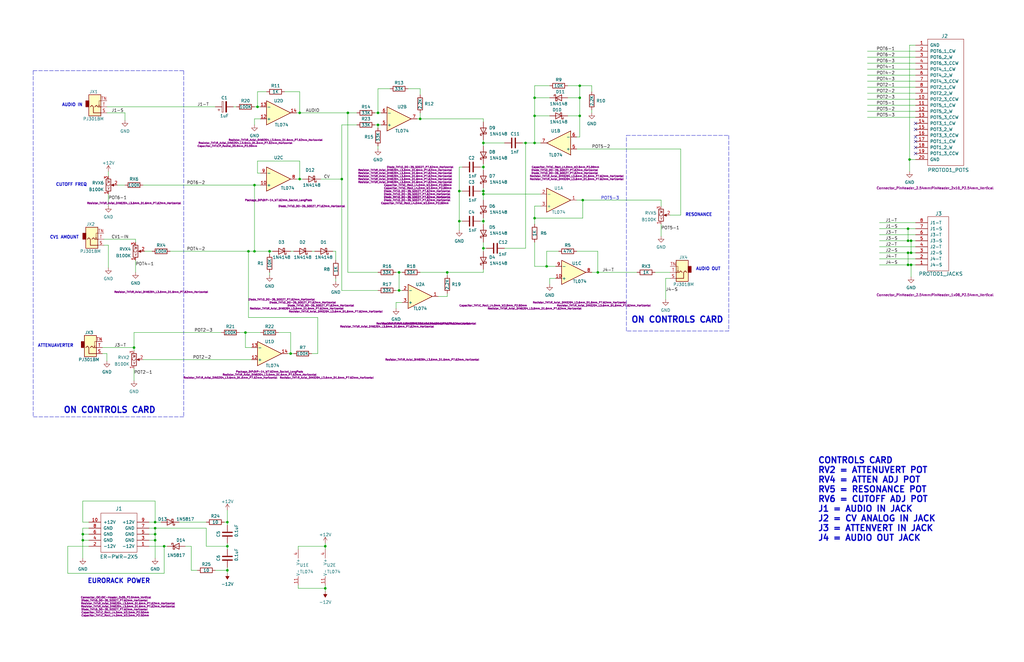
<source format=kicad_sch>
(kicad_sch (version 20211123) (generator eeschema)
  (paper "B")
  (title_block (title "VOLTAGE CONTROLLED FILTER") (date "2022-12-04") (rev "2"))
  (lib_symbols
    (symbol "Amplifier_Operational:TL074" (pin_names (offset 0.127))
      (property "Reference" "U" (at 0 5.08 0))
      (property "Value" "TL074" (at 0 -5.08 0))
      (symbol "TL074_1_1"
        (pin output line (at 7.62 0 180) (length 2.54) (name "~") (number "1"))
        (pin input line (at -7.62 -2.54 0) (length 2.54) (name "-") (number "2"))
        (pin input line (at -7.62 2.54 0) (length 2.54) (name "+") (number "3"))
      )
      (symbol "TL074_2_1"
        (pin input line (at -7.62 2.54 0) (length 2.54) (name "+") (number "5"))
        (pin input line (at -7.62 -2.54 0) (length 2.54) (name "-") (number "6"))
        (pin output line (at 7.62 0 180) (length 2.54) (name "~") (number "7"))
      )
      (symbol "TL074_3_1"
        (pin input line (at -7.62 2.54 0) (length 2.54) (name "+") (number "10"))
        (pin output line (at 7.62 0 180) (length 2.54) (name "~") (number "8"))
        (pin input line (at -7.62 -2.54 0) (length 2.54) (name "-") (number "9"))
      )
      (symbol "TL074_4_1"
        (pin input line (at -7.62 2.54 0) (length 2.54) (name "+") (number "12"))
        (pin input line (at -7.62 -2.54 0) (length 2.54) (name "-") (number "13"))
        (pin output line (at 7.62 0 180) (length 2.54) (name "~") (number "14"))
      )
      (symbol "TL074_5_1"
        (pin power_in line (at -2.54 -7.62 90) (length 3.81) (name "V-") (number "11"))
        (pin power_in line (at -2.54 7.62 270) (length 3.81) (name "V+") (number "4"))
      )
    )
    (symbol "Connector:AudioJack2_SwitchT"
      (property "Reference" "J" (at 0 8.89 0))
      (property "Value" "AudioJack2_SwitchT" (at 0 6.35 0))
      (symbol "AudioJack2_SwitchT_1_1"
        (pin passive line (at 5.08 2.54 180) (length 2.54) (name "~") (number "S"))
        (pin passive line (at 5.08 0 180) (length 2.54) (name "~") (number "T"))
        (pin passive line (at 5.08 -2.54 180) (length 2.54) (name "~") (number "TN"))
      )
    )
    (symbol "Device:C" (pin_numbers hide) (pin_names (offset 0.254))
      (property "Reference" "C" (at 0.635 2.54 0))
      (property "Value" "C" (at 0.635 -2.54 0))
      (symbol "C_1_1"
        (pin passive line (at 0 3.81 270) (length 2.794) (name "~") (number "1"))
        (pin passive line (at 0 -3.81 90) (length 2.794) (name "~") (number "2"))
      )
    )
    (symbol "Device:C_Polarized" (pin_numbers hide) (pin_names (offset 0.254))
      (property "Reference" "C" (at 0.635 2.54 0))
      (property "Value" "C_Polarized" (at 0.635 -2.54 0))
      (symbol "C_Polarized_1_1"
        (pin passive line (at 0 3.81 270) (length 2.794) (name "~") (number "1"))
        (pin passive line (at 0 -3.81 90) (length 2.794) (name "~") (number "2"))
      )
    )
    (symbol "Device:D_Schottky" (pin_numbers hide) (pin_names (offset 1.016) hide)
      (property "Reference" "D" (at 0 2.54 0))
      (property "Value" "D_Schottky" (at 0 -2.54 0))
      (symbol "D_Schottky_1_1"
        (pin passive line (at -3.81 0 0) (length 2.54) (name "K") (number "1"))
        (pin passive line (at 3.81 0 180) (length 2.54) (name "A") (number "2"))
      )
    )
    (symbol "Device:R" (pin_numbers hide) (pin_names (offset 0))
      (property "Reference" "R" (at 2.032 0 90))
      (property "Value" "R" (at 0 0 90))
      (symbol "R_1_1"
        (pin passive line (at 0 3.81 270) (length 1.27) (name "~") (number "1"))
        (pin passive line (at 0 -3.81 90) (length 1.27) (name "~") (number "2"))
      )
    )
    (symbol "LandBoards_Conns:ER-PWR-2X5" (pin_names (offset 1.016))
      (property "Reference" "J" (at 0 10.16 0))
      (property "Value" "ER-PWR-2X5" (at 1.27 -8.89 0))
      (property "Footprint" "Connector_IDC:IDC-Header_2x05_P2.54mm_Vertical" (at 0 -11.43 0))
      (symbol "ER-PWR-2X5_1_1"
        (pin power_out line (at 12.7 -5.08 180) (length 5.08) (name "-12V") (number "1"))
        (pin power_out line (at -12.7 5.08 0) (length 5.08) (name "+12V") (number "10"))
        (pin power_out line (at -12.7 -5.08 0) (length 5.08) (name "-12V") (number "2"))
        (pin power_in line (at 12.7 -2.54 180) (length 5.08) (name "GND") (number "3"))
        (pin power_out line (at -12.7 -2.54 0) (length 5.08) (name "GND") (number "4"))
        (pin power_out line (at 12.7 0 180) (length 5.08) (name "GND") (number "5"))
        (pin power_out line (at -12.7 0 0) (length 5.08) (name "GND") (number "6"))
        (pin power_out line (at 12.7 2.54 180) (length 5.08) (name "GND") (number "7"))
        (pin power_out line (at -12.7 2.54 0) (length 5.08) (name "GND") (number "8"))
        (pin power_out line (at 12.7 5.08 180) (length 5.08) (name "+12V") (number "9"))
      )
    )
    (symbol "LandBoards_Conns:PROTO01_JACKS" (pin_names (offset 1.016))
      (property "Reference" "J" (at 0 12.7 0))
      (property "Value" "PROTO01_JACKS" (at 0 -12.7 0))
      (property "Footprint" "Connector_PinHeader_2.54mm:PinHeader_1x08_P2.54mm_Vertical" (at 0 -16.51 0))
      (symbol "PROTO01_JACKS_1_1"
        (pin passive line (at 8.89 -8.89 180) (length 5.08) (name "J4-S") (number "1"))
        (pin passive line (at 8.89 -6.35 180) (length 5.08) (name "J4-T") (number "2"))
        (pin passive line (at 8.89 -3.81 180) (length 5.08) (name "J2-S") (number "3"))
        (pin passive line (at 8.89 -1.27 180) (length 5.08) (name "J2-T") (number "4"))
        (pin passive line (at 8.89 1.27 180) (length 5.08) (name "J3-S") (number "5"))
        (pin passive line (at 8.89 3.81 180) (length 5.08) (name "J3-T") (number "6"))
        (pin passive line (at 8.89 6.35 180) (length 5.08) (name "J1-S") (number "7"))
        (pin passive line (at 8.89 8.89 180) (length 5.08) (name "J1-T") (number "8"))
      )
    )
    (symbol "LandBoards_Conns:PROTO01_POTS" (pin_names (offset 1.016))
      (property "Reference" "J" (at -1.27 27.94 0))
      (property "Value" "PROTO01_POTS" (at 0 -27.94 0))
      (property "Footprint" "Connector_PinHeader_2.54mm:PinHeader_2x10_P2.54mm_Vertical" (at 0 -33.02 0))
      (symbol "PROTO01_POTS_1_1"
        (pin power_in line (at 11.43 24.13 180) (length 5.08) (name "GND") (number "1"))
        (pin passive line (at 11.43 1.27 180) (length 5.08) (name "POT2_3_CCW") (number "10"))
        (pin passive line (at 11.43 -1.27 180) (length 5.08) (name "POT5_1_CW") (number "11"))
        (pin passive line (at 11.43 -3.81 180) (length 5.08) (name "POT5_2_W") (number "12"))
        (pin passive line (at 11.43 -6.35 180) (length 5.08) (name "POT5_3_CCW") (number "13"))
        (pin passive line (at 11.43 -8.89 180) (length 5.08) (name "POT3_1_CW") (number "14"))
        (pin passive line (at 11.43 -11.43 180) (length 5.08) (name "POT3_2_W") (number "15"))
        (pin passive line (at 11.43 -13.97 180) (length 5.08) (name "POT3_3_CCW") (number "16"))
        (pin passive line (at 11.43 -16.51 180) (length 5.08) (name "POT1_1_CW") (number "17"))
        (pin passive line (at 11.43 -19.05 180) (length 5.08) (name "POT1_2_W") (number "18"))
        (pin passive line (at 11.43 -21.59 180) (length 5.08) (name "POT1_3_CCW") (number "19"))
        (pin passive line (at 11.43 21.59 180) (length 5.08) (name "POT6_1_CW") (number "2"))
        (pin power_in line (at 11.43 -24.13 180) (length 5.08) (name "GND") (number "20"))
        (pin passive line (at 11.43 19.05 180) (length 5.08) (name "POT6_2_W") (number "3"))
        (pin passive line (at 11.43 16.51 180) (length 5.08) (name "POT6_3_CCW") (number "4"))
        (pin passive line (at 11.43 13.97 180) (length 5.08) (name "POT4_1_CW") (number "5"))
        (pin passive line (at 11.43 11.43 180) (length 5.08) (name "POT4_2_W") (number "6"))
        (pin passive line (at 11.43 8.89 180) (length 5.08) (name "POT4_3_CCW") (number "7"))
        (pin passive line (at 11.43 6.35 180) (length 5.08) (name "POT2_1_CW") (number "8"))
        (pin passive line (at 11.43 3.81 180) (length 5.08) (name "POT2_2_W") (number "9"))
      )
    )
    (symbol "LandBoards_Conns:R_Pot_CW_PIN3UP" (pin_names (offset 1.016) hide)
      (property "Reference" "RV" (at -1.27 1.27 0))
      (property "Value" "R_Pot_CW_PIN3UP" (at -1.27 -1.27 0))
      (symbol "R_Pot_CW_PIN3UP_0_0"
        (text "<CW" (at 0 0 900) (effects (font (size 1.27 1.27))))
      )
      (symbol "R_Pot_CW_PIN3UP_1_1"
        (pin passive line (at 0 -3.81 90) (length 1.27) (name "1") (number "1"))
        (pin passive line (at 3.81 0 180) (length 1.27) (name "2") (number "2"))
        (pin passive line (at 0 3.81 270) (length 1.27) (name "3") (number "3"))
      )
    )
    (symbol "power:+12V" (power) (pin_names (offset 0))
      (property "Value" "+12V" (at 0 3.556 0))
      (symbol "+12V_1_1"
        (pin power_in line (at 0 0 90) (length 0) hide (name "+12V") (number "1"))
      )
    )
    (symbol "power:-12V" (power) (pin_names (offset 0))
      (property "Value" "-12V" (at 0 3.81 0))
      (symbol "-12V_0_0"
        (pin power_in line (at 0 0 90) (length 0) hide (name "-12V") (number "1"))
      )
    )
    (symbol "power:GND" (power) (pin_names (offset 0))
      (property "Value" "GND" (at 0 -3.81 0))
      (symbol "GND_1_1"
        (pin power_in line (at 0 0 270) (length 0) hide (name "GND") (number "1"))
      )
    )
  )
  (junction (at 113.665 106.045))
  (junction (at 168.275 122.555))
  (junction (at 126.365 47.625))
  (junction (at 108.585 45.085))
  (junction (at 146.685 47.625))
  (junction (at 188.595 114.935))
  (junction (at 225.425 48.895))
  (junction (at 65.405 227.965))
  (junction (at 384.175 111.76))
  (junction (at 159.385 52.705))
  (junction (at 383.54 67.31))
  (junction (at 65.405 225.425))
  (junction (at 65.405 222.885))
  (junction (at 203.835 81.915))
  (junction (at 203.835 104.775))
  (junction (at 95.885 230.505))
  (junction (at 203.835 70.485))
  (junction (at 230.505 112.395))
  (junction (at 382.905 101.6))
  (junction (at 144.145 75.565))
  (junction (at 95.885 220.345))
  (junction (at 384.175 101.6))
  (junction (at 244.475 41.275))
  (junction (at 95.885 240.665))
  (junction (at 103.505 140.335))
  (junction (at 122.555 149.225))
  (junction (at 225.425 92.075))
  (junction (at 225.425 60.325))
  (junction (at 65.405 220.345))
  (junction (at 34.925 225.425))
  (junction (at 126.365 75.565))
  (junction (at 382.905 111.76))
  (junction (at 245.745 84.455))
  (junction (at 107.315 78.105))
  (junction (at 244.475 48.895))
  (junction (at 244.475 36.195))
  (junction (at 193.675 93.345))
  (junction (at 382.905 96.52))
  (junction (at 34.925 227.965))
  (junction (at 384.175 106.68))
  (junction (at 203.835 80.645))
  (junction (at 382.905 106.68))
  (junction (at 168.275 114.935))
  (junction (at 137.16 230.505))
  (junction (at 225.425 41.275))
  (junction (at 69.215 230.505))
  (junction (at 193.675 80.645))
  (junction (at 177.165 50.165))
  (junction (at 159.385 47.625))
  (junction (at 107.315 106.045))
  (junction (at 56.515 146.685))
  (junction (at 137.16 248.285))
  (junction (at 203.835 60.325))
  (junction (at 221.615 60.325))
  (junction (at 203.835 93.345))
  (junction (at 252.095 114.935))
  (junction (at 104.775 106.045))
  (no_connect (at 386.08 57.785))
  (no_connect (at 386.08 59.69))
  (no_connect (at 386.08 64.77))
  (no_connect (at 386.08 52.07))
  (no_connect (at 386.08 54.61))
  (no_connect (at 386.08 62.23))
  (polyline (pts (xy 77.47 29.845) (xy 77.47 175.895)))
  (wire (pts (xy 65.405 225.425) (xy 65.405 227.965)))
  (wire (pts (xy 122.555 140.335) (xy 117.475 140.335)))
  (wire (pts (xy 203.835 84.455) (xy 203.835 81.915)))
  (wire (pts (xy 159.385 52.705) (xy 159.385 53.975)))
  (wire (pts (xy 365.76 41.91) (xy 386.08 41.91)))
  (wire (pts (xy 194.945 70.485) (xy 193.675 70.485)))
  (wire (pts (xy 113.665 106.045) (xy 113.665 107.315)))
  (wire (pts (xy 146.685 47.625) (xy 150.495 47.625)))
  (wire (pts (xy 230.505 112.395) (xy 230.505 106.045)))
  (wire (pts (xy 225.425 92.075) (xy 225.425 94.615)))
  (wire (pts (xy 252.095 114.935) (xy 252.095 106.045)))
  (wire (pts (xy 43.815 103.505) (xy 45.72 103.505)))
  (wire (pts (xy 45.72 81.915) (xy 45.72 86.995)))
  (wire (pts (xy 386.08 19.05) (xy 383.54 19.05)))
  (wire (pts (xy 370.84 96.52) (xy 382.905 96.52)))
  (wire (pts (xy 282.575 117.475) (xy 280.67 117.475)))
  (wire (pts (xy 45.72 72.39) (xy 45.72 74.295)))
  (wire (pts (xy 177.165 37.465) (xy 172.085 37.465)))
  (wire (pts (xy 203.835 70.485) (xy 203.835 69.215)))
  (wire (pts (xy 384.175 111.76) (xy 386.08 111.76)))
  (wire (pts (xy 370.84 99.06) (xy 386.08 99.06)))
  (wire (pts (xy 103.505 140.335) (xy 103.505 146.685)))
  (wire (pts (xy 225.425 60.325) (xy 227.965 60.325)))
  (wire (pts (xy 365.76 21.59) (xy 386.08 21.59)))
  (wire (pts (xy 99.695 45.085) (xy 98.425 45.085)))
  (wire (pts (xy 126.365 38.735) (xy 120.015 38.735)))
  (wire (pts (xy 57.15 100.965) (xy 57.15 102.235)))
  (wire (pts (xy 365.76 46.99) (xy 386.08 46.99)))
  (wire (pts (xy 90.805 240.665) (xy 95.885 240.665)))
  (wire (pts (xy 203.835 60.325) (xy 212.725 60.325)))
  (wire (pts (xy 383.54 67.31) (xy 383.54 72.39)))
  (wire (pts (xy 123.825 106.045) (xy 122.555 106.045)))
  (wire (pts (xy 60.325 151.765) (xy 106.045 151.765)))
  (wire (pts (xy 109.855 50.165) (xy 107.315 50.165)))
  (wire (pts (xy 126.365 47.625) (xy 126.365 38.735)))
  (wire (pts (xy 159.385 47.625) (xy 160.655 47.625)))
  (wire (pts (xy 62.865 220.345) (xy 65.405 220.345)))
  (wire (pts (xy 365.76 39.37) (xy 386.08 39.37)))
  (wire (pts (xy 108.585 73.025) (xy 109.855 73.025)))
  (wire (pts (xy 225.425 36.195) (xy 231.775 36.195)))
  (wire (pts (xy 69.215 230.505) (xy 70.485 230.505)))
  (wire (pts (xy 34.925 227.965) (xy 37.465 227.965)))
  (wire (pts (xy 365.76 26.67) (xy 386.08 26.67)))
  (wire (pts (xy 177.165 47.625) (xy 177.165 50.165)))
  (wire (pts (xy 137.16 248.285) (xy 125.73 248.285)))
  (wire (pts (xy 252.095 114.935) (xy 268.605 114.935)))
  (wire (pts (xy 95.885 215.265) (xy 95.885 220.345)))
  (wire (pts (xy 103.505 140.335) (xy 109.855 140.335)))
  (wire (pts (xy 365.76 36.83) (xy 386.08 36.83)))
  (wire (pts (xy 45.085 149.225) (xy 45.085 152.4)))
  (wire (pts (xy 177.165 114.935) (xy 188.595 114.935)))
  (wire (pts (xy 365.76 34.29) (xy 386.08 34.29)))
  (wire (pts (xy 168.275 114.935) (xy 169.545 114.935)))
  (wire (pts (xy 95.885 230.505) (xy 95.885 229.235)))
  (wire (pts (xy 278.765 84.455) (xy 278.765 86.995)))
  (wire (pts (xy 365.76 44.45) (xy 386.08 44.45)))
  (wire (pts (xy 125.73 230.505) (xy 137.16 230.505)))
  (wire (pts (xy 122.555 149.225) (xy 123.825 149.225)))
  (wire (pts (xy 137.16 249.555) (xy 137.16 248.285)))
  (wire (pts (xy 239.395 48.895) (xy 244.475 48.895)))
  (wire (pts (xy 203.835 93.345) (xy 203.835 92.075)))
  (wire (pts (xy 34.925 225.425) (xy 37.465 225.425)))
  (wire (pts (xy 56.515 155.575) (xy 56.515 160.655)))
  (wire (pts (xy 244.475 36.195) (xy 249.555 36.195)))
  (wire (pts (xy 133.985 149.225) (xy 133.985 133.985)))
  (polyline (pts (xy 264.16 57.15) (xy 307.34 57.15)))
  (wire (pts (xy 239.395 41.275) (xy 244.475 41.275)))
  (wire (pts (xy 203.835 71.755) (xy 203.835 70.485)))
  (wire (pts (xy 365.76 31.75) (xy 386.08 31.75)))
  (wire (pts (xy 150.495 52.705) (xy 144.145 52.705)))
  (wire (pts (xy 382.905 111.76) (xy 384.175 111.76)))
  (wire (pts (xy 49.53 78.105) (xy 52.705 78.105)))
  (wire (pts (xy 56.515 146.685) (xy 56.515 147.955)))
  (wire (pts (xy 287.02 90.805) (xy 287.02 62.865)))
  (wire (pts (xy 225.425 102.235) (xy 225.425 112.395)))
  (wire (pts (xy 108.585 45.085) (xy 108.585 38.735)))
  (wire (pts (xy 158.115 47.625) (xy 159.385 47.625)))
  (wire (pts (xy 382.905 96.52) (xy 382.905 101.6)))
  (wire (pts (xy 188.595 114.935) (xy 188.595 116.205)))
  (wire (pts (xy 95.885 220.345) (xy 95.885 221.615)))
  (wire (pts (xy 244.475 36.195) (xy 239.395 36.195)))
  (wire (pts (xy 158.115 52.705) (xy 159.385 52.705)))
  (wire (pts (xy 159.385 62.865) (xy 159.385 61.595)))
  (wire (pts (xy 107.315 106.045) (xy 104.775 106.045)))
  (wire (pts (xy 65.405 211.455) (xy 65.405 220.345)))
  (wire (pts (xy 94.615 220.345) (xy 95.885 220.345)))
  (wire (pts (xy 113.665 106.045) (xy 114.935 106.045)))
  (wire (pts (xy 75.565 220.345) (xy 86.995 220.345)))
  (wire (pts (xy 225.425 86.995) (xy 225.425 92.075)))
  (wire (pts (xy 225.425 41.275) (xy 225.425 36.195)))
  (wire (pts (xy 175.895 50.165) (xy 177.165 50.165)))
  (wire (pts (xy 69.215 241.935) (xy 69.215 230.505)))
  (wire (pts (xy 193.675 80.645) (xy 193.675 93.345)))
  (wire (pts (xy 384.175 101.6) (xy 384.175 106.68)))
  (wire (pts (xy 193.675 80.645) (xy 194.945 80.645)))
  (wire (pts (xy 60.96 106.045) (xy 64.135 106.045)))
  (wire (pts (xy 125.095 47.625) (xy 126.365 47.625)))
  (wire (pts (xy 108.585 45.085) (xy 107.315 45.085)))
  (wire (pts (xy 133.985 133.985) (xy 104.775 133.985)))
  (wire (pts (xy 365.76 49.53) (xy 386.08 49.53)))
  (wire (pts (xy 43.815 100.965) (xy 57.15 100.965)))
  (wire (pts (xy 86.995 230.505) (xy 95.885 230.505)))
  (wire (pts (xy 34.925 225.425) (xy 34.925 227.965)))
  (wire (pts (xy 131.445 149.225) (xy 133.985 149.225)))
  (wire (pts (xy 56.515 140.335) (xy 56.515 146.685)))
  (wire (pts (xy 282.575 90.805) (xy 287.02 90.805)))
  (wire (pts (xy 382.905 101.6) (xy 384.175 101.6)))
  (wire (pts (xy 370.84 111.76) (xy 382.905 111.76)))
  (wire (pts (xy 28.575 230.505) (xy 28.575 241.935)))
  (wire (pts (xy 245.745 84.455) (xy 278.765 84.455)))
  (wire (pts (xy 65.405 222.885) (xy 86.995 222.885)))
  (wire (pts (xy 137.16 229.235) (xy 137.16 230.505)))
  (wire (pts (xy 65.405 220.345) (xy 67.945 220.345)))
  (wire (pts (xy 78.105 230.505) (xy 80.645 230.505)))
  (wire (pts (xy 244.475 48.895) (xy 244.475 57.785)))
  (wire (pts (xy 243.205 62.865) (xy 287.02 62.865)))
  (wire (pts (xy 95.885 240.665) (xy 95.885 241.935)))
  (wire (pts (xy 146.685 114.935) (xy 159.385 114.935)))
  (wire (pts (xy 202.565 80.645) (xy 203.835 80.645)))
  (wire (pts (xy 62.865 225.425) (xy 65.405 225.425)))
  (wire (pts (xy 203.835 61.595) (xy 203.835 60.325)))
  (wire (pts (xy 245.745 92.075) (xy 245.745 84.455)))
  (wire (pts (xy 384.175 111.76) (xy 384.175 116.84)))
  (wire (pts (xy 86.995 222.885) (xy 86.995 230.505)))
  (wire (pts (xy 203.835 102.235) (xy 203.835 104.775)))
  (wire (pts (xy 108.585 67.945) (xy 126.365 67.945)))
  (wire (pts (xy 225.425 112.395) (xy 230.505 112.395)))
  (wire (pts (xy 122.555 149.225) (xy 122.555 140.335)))
  (wire (pts (xy 370.84 109.22) (xy 386.08 109.22)))
  (wire (pts (xy 135.255 75.565) (xy 144.145 75.565)))
  (polyline (pts (xy 13.97 29.845) (xy 77.47 29.845)))
  (wire (pts (xy 126.365 67.945) (xy 126.365 75.565)))
  (wire (pts (xy 121.285 149.225) (xy 122.555 149.225)))
  (wire (pts (xy 202.565 93.345) (xy 203.835 93.345)))
  (wire (pts (xy 37.465 222.885) (xy 34.925 222.885)))
  (wire (pts (xy 276.225 114.935) (xy 282.575 114.935)))
  (wire (pts (xy 225.425 60.325) (xy 225.425 48.895)))
  (wire (pts (xy 65.405 227.965) (xy 65.405 235.585)))
  (wire (pts (xy 125.095 75.565) (xy 126.365 75.565)))
  (wire (pts (xy 244.475 41.275) (xy 244.475 36.195)))
  (wire (pts (xy 146.685 47.625) (xy 146.685 114.935)))
  (wire (pts (xy 203.835 94.615) (xy 203.835 93.345)))
  (wire (pts (xy 168.275 122.555) (xy 169.545 122.555)))
  (wire (pts (xy 80.645 230.505) (xy 80.645 240.665)))
  (wire (pts (xy 137.16 248.285) (xy 137.16 247.015)))
  (wire (pts (xy 193.675 93.345) (xy 194.945 93.345)))
  (wire (pts (xy 382.905 96.52) (xy 386.08 96.52)))
  (wire (pts (xy 244.475 57.785) (xy 243.205 57.785)))
  (wire (pts (xy 225.425 48.895) (xy 231.775 48.895)))
  (wire (pts (xy 167.005 122.555) (xy 168.275 122.555)))
  (wire (pts (xy 125.73 248.285) (xy 125.73 247.015)))
  (wire (pts (xy 370.84 106.68) (xy 382.905 106.68)))
  (wire (pts (xy 43.18 146.685) (xy 56.515 146.685)))
  (wire (pts (xy 383.54 67.31) (xy 386.08 67.31)))
  (wire (pts (xy 28.575 241.935) (xy 69.215 241.935)))
  (wire (pts (xy 141.605 118.745) (xy 141.605 117.475)))
  (wire (pts (xy 167.005 127.635) (xy 167.005 130.175)))
  (wire (pts (xy 95.885 239.395) (xy 95.885 240.665)))
  (wire (pts (xy 203.835 81.915) (xy 203.835 80.645)))
  (polyline (pts (xy 13.97 29.845) (xy 13.97 175.895)))
  (wire (pts (xy 107.315 50.165) (xy 107.315 52.705)))
  (wire (pts (xy 225.425 92.075) (xy 245.745 92.075)))
  (polyline (pts (xy 307.34 57.15) (xy 307.34 139.7)))
  (wire (pts (xy 203.835 80.645) (xy 203.835 79.375)))
  (wire (pts (xy 203.835 104.775) (xy 205.105 104.775)))
  (wire (pts (xy 108.585 38.735) (xy 112.395 38.735)))
  (wire (pts (xy 34.925 211.455) (xy 34.925 220.345)))
  (wire (pts (xy 203.835 81.915) (xy 227.965 81.915)))
  (wire (pts (xy 177.165 37.465) (xy 177.165 40.005)))
  (wire (pts (xy 62.865 222.885) (xy 65.405 222.885)))
  (wire (pts (xy 109.855 45.085) (xy 108.585 45.085)))
  (wire (pts (xy 34.925 222.885) (xy 34.925 225.425)))
  (polyline (pts (xy 264.16 139.7) (xy 264.16 57.15)))
  (wire (pts (xy 370.84 101.6) (xy 382.905 101.6)))
  (polyline (pts (xy 307.34 139.7) (xy 264.16 139.7)))
  (wire (pts (xy 231.775 117.475) (xy 234.315 117.475)))
  (wire (pts (xy 382.905 106.68) (xy 384.175 106.68)))
  (wire (pts (xy 249.555 46.355) (xy 249.555 47.625)))
  (wire (pts (xy 249.555 36.195) (xy 249.555 38.735)))
  (wire (pts (xy 220.345 60.325) (xy 221.615 60.325)))
  (wire (pts (xy 230.505 112.395) (xy 234.315 112.395)))
  (wire (pts (xy 126.365 47.625) (xy 146.685 47.625)))
  (wire (pts (xy 225.425 41.275) (xy 231.775 41.275)))
  (wire (pts (xy 230.505 106.045) (xy 235.585 106.045)))
  (wire (pts (xy 384.175 106.68) (xy 386.08 106.68)))
  (wire (pts (xy 202.565 70.485) (xy 203.835 70.485)))
  (wire (pts (xy 184.785 125.095) (xy 188.595 125.095)))
  (wire (pts (xy 225.425 48.895) (xy 225.425 41.275)))
  (wire (pts (xy 52.705 47.625) (xy 52.705 50.8)))
  (wire (pts (xy 280.67 117.475) (xy 280.67 126.365)))
  (wire (pts (xy 203.835 104.775) (xy 203.835 106.045)))
  (wire (pts (xy 140.335 106.045) (xy 141.605 106.045)))
  (wire (pts (xy 125.73 231.775) (xy 125.73 230.505)))
  (wire (pts (xy 245.745 84.455) (xy 243.205 84.455)))
  (wire (pts (xy 231.775 120.015) (xy 231.775 117.475)))
  (wire (pts (xy 159.385 52.705) (xy 160.655 52.705)))
  (wire (pts (xy 249.555 114.935) (xy 252.095 114.935)))
  (wire (pts (xy 383.54 19.05) (xy 383.54 67.31)))
  (wire (pts (xy 62.865 227.965) (xy 65.405 227.965)))
  (wire (pts (xy 62.865 230.505) (xy 69.215 230.505)))
  (wire (pts (xy 57.15 109.855) (xy 57.15 114.935)))
  (wire (pts (xy 144.145 122.555) (xy 159.385 122.555)))
  (wire (pts (xy 159.385 37.465) (xy 164.465 37.465)))
  (wire (pts (xy 104.775 133.985) (xy 104.775 106.045)))
  (wire (pts (xy 126.365 75.565) (xy 127.635 75.565)))
  (wire (pts (xy 169.545 127.635) (xy 167.005 127.635)))
  (wire (pts (xy 188.595 125.095) (xy 188.595 123.825)))
  (wire (pts (xy 45.085 45.085) (xy 90.805 45.085)))
  (wire (pts (xy 100.965 140.335) (xy 103.505 140.335)))
  (wire (pts (xy 45.085 47.625) (xy 52.705 47.625)))
  (wire (pts (xy 34.925 211.455) (xy 65.405 211.455)))
  (wire (pts (xy 193.675 70.485) (xy 193.675 80.645)))
  (wire (pts (xy 382.905 106.68) (xy 382.905 111.76)))
  (wire (pts (xy 144.145 52.705) (xy 144.145 75.565)))
  (wire (pts (xy 103.505 146.685) (xy 106.045 146.685)))
  (wire (pts (xy 203.835 50.165) (xy 203.835 51.435)))
  (wire (pts (xy 43.18 149.225) (xy 45.085 149.225)))
  (wire (pts (xy 28.575 230.505) (xy 37.465 230.505)))
  (wire (pts (xy 144.145 75.565) (xy 144.145 122.555)))
  (wire (pts (xy 167.005 114.935) (xy 168.275 114.935)))
  (wire (pts (xy 252.095 106.045) (xy 243.205 106.045)))
  (wire (pts (xy 159.385 47.625) (xy 159.385 37.465)))
  (wire (pts (xy 107.315 78.105) (xy 109.855 78.105)))
  (wire (pts (xy 168.275 114.935) (xy 168.275 122.555)))
  (wire (pts (xy 104.775 106.045) (xy 71.755 106.045)))
  (polyline (pts (xy 77.47 175.895) (xy 13.97 175.895)))
  (wire (pts (xy 107.315 78.105) (xy 107.315 106.045)))
  (wire (pts (xy 34.925 227.965) (xy 34.925 235.585)))
  (wire (pts (xy 56.515 140.335) (xy 93.345 140.335)))
  (wire (pts (xy 65.405 222.885) (xy 65.405 225.425)))
  (wire (pts (xy 370.84 93.98) (xy 386.08 93.98)))
  (wire (pts (xy 278.765 94.615) (xy 278.765 99.695)))
  (wire (pts (xy 370.84 104.14) (xy 386.08 104.14)))
  (wire (pts (xy 60.325 78.105) (xy 107.315 78.105)))
  (wire (pts (xy 188.595 114.935) (xy 203.835 114.935)))
  (wire (pts (xy 221.615 60.325) (xy 221.615 104.775)))
  (wire (pts (xy 227.965 86.995) (xy 225.425 86.995)))
  (wire (pts (xy 193.675 93.345) (xy 193.675 97.155)))
  (wire (pts (xy 132.715 106.045) (xy 131.445 106.045)))
  (wire (pts (xy 384.175 101.6) (xy 386.08 101.6)))
  (wire (pts (xy 95.885 230.505) (xy 95.885 231.775)))
  (wire (pts (xy 244.475 48.895) (xy 244.475 41.275)))
  (wire (pts (xy 80.645 240.665) (xy 83.185 240.665)))
  (wire (pts (xy 107.315 106.045) (xy 113.665 106.045)))
  (wire (pts (xy 141.605 106.045) (xy 141.605 109.855)))
  (wire (pts (xy 221.615 60.325) (xy 225.425 60.325)))
  (wire (pts (xy 113.665 116.205) (xy 113.665 114.935)))
  (wire (pts (xy 203.835 60.325) (xy 203.835 59.055)))
  (wire (pts (xy 137.16 230.505) (xy 137.16 231.775)))
  (wire (pts (xy 365.76 24.13) (xy 386.08 24.13)))
  (wire (pts (xy 108.585 73.025) (xy 108.585 67.945)))
  (wire (pts (xy 37.465 220.345) (xy 34.925 220.345)))
  (wire (pts (xy 45.72 103.505) (xy 45.72 113.03)))
  (wire (pts (xy 221.615 104.775) (xy 212.725 104.775)))
  (wire (pts (xy 203.835 114.935) (xy 203.835 113.665)))
  (wire (pts (xy 177.165 50.165) (xy 203.835 50.165)))
  (wire (pts (xy 365.76 29.21) (xy 386.08 29.21)))
  (text "AUDIO OUT" (at 293.37 114.3 0) (effects (font (size 1.27 1.27) (thickness 0.254) bold) (justify left bottom)))
  (text "ON CONTROLS CARD" (at 266.065 136.525 0) (effects (font (size 2.54 2.54) (thickness 0.508) bold) (justify left bottom)))
  (text "RESONANCE" (at 288.925 91.44 0) (effects (font (size 1.27 1.27) (thickness 0.254) bold) (justify left bottom)))
  (text "ATTENUAVERTER" (at 15.875 146.685 0) (effects (font (size 1.27 1.27) (thickness 0.254) bold) (justify left bottom)))
  (text "CUTOFF FREQ" (at 23.495 78.74 0) (effects (font (size 1.27 1.27) (thickness 0.254) bold) (justify left bottom)))
  (text "POT5-3" (at 253.365 84.455 0) (effects (font (size 1.27 1.27)) (justify left bottom)))
  (text "AUDIO IN" (at 26.035 45.085 0) (effects (font (size 1.27 1.27) (thickness 0.254) bold) (justify left bottom)))
  (text "CV1 AMOUNT" (at 20.955 100.965 0) (effects (font (size 1.27 1.27) (thickness 0.254) bold) (justify left bottom)))
  (text "ON CONTROLS CARD" (at 26.67 174.625 0) (effects (font (size 2.54 2.54) (thickness 0.508) bold) (justify left bottom)))
  (text "EURORACK POWER" (at 36.83 246.38 0) (effects (font (size 1.905 1.905) (thickness 0.381) bold) (justify left bottom)))
  (text "CONTROLS CARD\nRV2 = ATTENUVERT POT\nRV4 = ATTEN ADJ POT\nRV5 = RESONANCE POT\nRV6 = CUTOFF ADJ POT\nJ1 = AUDIO IN JACK\nJ2 = CV ANALOG IN JACK\nJ3 = ATTENVERT IN JACK\nJ4 = AUDIO OUT JACK" (at 344.805 228.6 0) (effects (font (size 2.54 2.54) (thickness 0.508) bold) (justify left bottom)))
  (label "POT6-2" (at 78.74 78.105 0))
  (label "J4-T" (at 254 114.935 0))
  (label "POT4-3" (at 369.57 34.29 0))
  (label "POT2-2" (at 369.57 39.37 0))
  (label "J4-S" (at 373.38 111.76 0))
  (label "POT6-3" (at 369.57 26.67 0))
  (label "POT4-2" (at 78.74 106.045 0))
  (label "POT6-2" (at 369.57 24.13 0))
  (label "POT5-2" (at 249.555 62.865 0))
  (label "J1-S" (at 46.99 47.625 0))
  (label "AUDIO" (at 128.905 47.625 0))
  (label "POT4-2" (at 369.57 31.75 0))
  (label "J2-T" (at 373.38 104.14 0))
  (label "POT5-2" (at 369.57 46.99 0))
  (label "J1-T" (at 373.38 93.98 0))
  (label "J3-T" (at 48.26 146.685 0))
  (label "POT2-1" (at 369.57 36.83 0))
  (label "POT2-3" (at 369.57 41.91 0))
  (label "POT2-3" (at 81.915 140.335 0))
  (label "J3-S" (at 373.38 101.6 0))
  (label "CV" (at 136.525 75.565 0))
  (label "POT4-1" (at 57.15 112.395 0))
  (label "POT6-1" (at 369.57 21.59 0))
  (label "CV1-IN" (at 46.99 100.965 0))
  (label "J4-S" (at 280.67 123.19 0))
  (label "J1-T" (at 83.185 45.085 0))
  (label "J4-T" (at 373.38 109.22 0))
  (label "POT2-1" (at 56.515 158.115 0))
  (label "POT4-1" (at 369.57 29.21 0))
  (label "POT5-3" (at 369.57 49.53 0))
  (label "J2-S" (at 373.38 106.68 0))
  (label "POT6-1" (at 45.72 84.455 0))
  (label "POT5-1" (at 278.765 97.155 0))
  (label "POT5-1" (at 369.57 44.45 0))
  (label "J3-T" (at 373.38 99.06 0))
  (label "POT2-2" (at 81.28 151.765 0))
  (label "J1-S" (at 373.38 96.52 0))
  (symbol (lib_id "Device:D_Schottky") (at 74.295 230.505 0) (unit 1)
    (property "Reference" "D14" (at 74.295 227.965 0) (effects (justify left)))
    (property "Value" "1N5817" (at 70.485 234.315 0) (effects (justify left)))
    (property "Footprint" "Diode_THT:D_DO-35_SOD27_P7.62mm_Horizontal" (at 48.26 253.365 0) (effects (font (size 0.762 0.762))))
  )
  (symbol (lib_id "Device:R") (at 103.505 45.085 90) (unit 1)
    (property "Reference" "R20" (at 103.505 42.545 90))
    (property "Value" "100K" (at 103.505 45.085 90))
    (property "Footprint" "Resistor_THT:R_Axial_DIN0204_L3.6mm_D1.6mm_P7.62mm_Horizontal" (at 103.505 60.325 90) (effects (font (size 0.762 0.762))))
  )
  (symbol (lib_id "power:+12V") (at 45.72 72.39 0) (unit 1)
    (property "Reference" "#PWR0110" (effects hide))
    (property "Value" "+12V" (at 45.72 68.7855 0))
  )
  (symbol (lib_id "Device:D_Schottky") (at 131.445 75.565 180) (unit 1)
    (property "Reference" "D12" (at 132.715 71.755 0) (effects (justify left)))
    (property "Value" "1N4148" (at 135.255 78.105 0) (effects (justify left)))
    (property "Footprint" "Diode_THT:D_DO-35_SOD27_P7.62mm_Horizontal" (at 131.445 86.995 0) (effects (font (size 0.762 0.762))))
  )
  (symbol (lib_id "Device:R") (at 56.515 78.105 90) (unit 1) (on_board no)
    (property "Reference" "RX6" (at 56.515 75.565 90))
    (property "Value" "100K" (at 56.515 78.105 90))
    (property "Footprint" "Resistor_THT:R_Axial_DIN0204_L3.6mm_D1.6mm_P7.62mm_Horizontal" (at 56.515 85.725 90) (effects (font (size 0.762 0.762))))
  )
  (symbol (lib_id "Device:R") (at 97.155 140.335 90) (unit 1)
    (property "Reference" "R21" (at 97.155 137.795 90))
    (property "Value" "100K" (at 97.155 140.335 90))
    (property "Footprint" "Resistor_THT:R_Axial_DIN0204_L3.6mm_D1.6mm_P7.62mm_Horizontal" (at 97.155 159.385 90) (effects (font (size 0.762 0.762))))
  )
  (symbol (lib_id "Device:D_Schottky") (at 235.585 48.895 180) (unit 1)
    (property "Reference" "D10" (at 236.855 46.355 0) (effects (justify left)))
    (property "Value" "1N4148" (at 239.395 51.435 0) (effects (justify left)))
    (property "Footprint" "Diode_THT:D_DO-35_SOD27_P7.62mm_Horizontal" (at 238.125 71.755 0) (effects (font (size 0.762 0.762))))
  )
  (symbol (lib_id "Device:R") (at 188.595 120.015 180) (unit 1)
    (property "Reference" "R19" (at 192.405 120.015 0))
    (property "Value" "2.2K" (at 188.595 120.015 90))
    (property "Footprint" "Resistor_THT:R_Axial_DIN0204_L3.6mm_D1.6mm_P7.62mm_Horizontal" (at 182.245 151.765 0) (effects (font (size 0.762 0.762))))
  )
  (symbol (lib_id "Device:D_Schottky") (at 203.835 75.565 90) (unit 1)
    (property "Reference" "D7" (at 208.915 74.295 90) (effects (justify left)))
    (property "Value" "1N4148" (at 213.995 76.835 90) (effects (justify left)))
    (property "Footprint" "Diode_THT:D_DO-35_SOD27_P7.62mm_Horizontal" (at 175.895 81.915 90) (effects (font (size 0.762 0.762))))
  )
  (symbol (lib_id "Device:R") (at 225.425 98.425 180) (unit 1)
    (property "Reference" "R6" (at 229.235 98.425 0))
    (property "Value" "1K" (at 225.425 98.425 90))
    (property "Footprint" "Resistor_THT:R_Axial_DIN0204_L3.6mm_D1.6mm_P7.62mm_Horizontal" (at 225.425 130.175 0) (effects (font (size 0.762 0.762))))
  )
  (symbol (lib_id "LandBoards_Conns:R_Pot_CW_PIN3UP") (at 45.72 78.105 0) (unit 1) (in_bom no) (on_board no)
    (property "Reference" "RVX6" (at 43.8245 77.1965 0) (effects (justify right)))
    (property "Value" "B100K" (at 43.8245 79.9716 0) (effects (justify right)))
  )
  (symbol (lib_id "Device:C") (at 208.915 104.775 270) (unit 1)
    (property "Reference" "C12" (at 210.185 102.235 90) (effects (justify left)))
    (property "Value" "1nF" (at 210.185 107.315 90) (effects (justify left)))
    (property "Footprint" "Capacitor_THT:C_Rect_L4.0mm_W2.5mm_P2.50mm" (at 193.675 128.905 90) (effects (font (size 0.762 0.762)) (justify left)))
  )
  (symbol (lib_id "Device:C") (at 198.755 70.485 270) (unit 1)
    (property "Reference" "C2" (at 197.485 66.675 90) (effects (justify left)))
    (property "Value" "1nF" (at 197.485 74.295 90) (effects (justify left)))
    (property "Footprint" "Capacitor_THT:C_Rect_L4.0mm_W2.5mm_P2.50mm" (at 161.925 79.375 90) (effects (font (size 0.762 0.762)) (justify left)))
  )
  (symbol (lib_id "Device:D_Schottky") (at 118.745 106.045 180) (unit 1)
    (property "Reference" "D3" (at 120.015 102.235 0) (effects (justify left)))
    (property "Value" "1N4148" (at 122.555 108.585 0) (effects (justify left)))
    (property "Footprint" "Diode_THT:D_DO-35_SOD27_P7.62mm_Horizontal" (at 118.745 126.365 0) (effects (font (size 0.762 0.762))))
  )
  (symbol (lib_id "power:GND") (at 65.405 235.585 0) (unit 1)
    (property "Reference" "#PWR0108" (effects hide))
    (property "Value" "GND" (at 65.405 240.1475 0))
  )
  (symbol (lib_id "power:+12V") (at 137.16 229.235 0) (unit 1)
    (property "Reference" "#PWR0118" (effects hide))
    (property "Value" "+12V" (at 137.16 225.6305 0))
  )
  (symbol (lib_id "Device:R") (at 239.395 106.045 90) (unit 1)
    (property "Reference" "R5" (at 239.395 103.505 90))
    (property "Value" "47K" (at 239.395 106.045 90))
    (property "Footprint" "Resistor_THT:R_Axial_DIN0204_L3.6mm_D1.6mm_P7.62mm_Horizontal" (at 244.475 127.635 90) (effects (font (size 0.762 0.762))))
  )
  (symbol (lib_id "Amplifier_Operational:TL074") (at 168.275 50.165 0) (mirror x) (unit 2)
    (property "Reference" "U2" (at 169.545 45.085 0))
    (property "Value" "TL074" (at 169.545 55.245 0))
    (property "Datasheet" "http://www.ti.com/lit/ds/symlink/tl071.pdf" (effects hide))
  )
  (symbol (lib_id "power:+12V") (at 95.885 215.265 0) (unit 1)
    (property "Reference" "#PWR0115" (effects hide))
    (property "Value" "+12V" (at 95.885 211.6605 0))
  )
  (symbol (lib_id "Device:R") (at 141.605 113.665 180) (unit 1)
    (property "Reference" "R8" (at 137.795 113.665 0))
    (property "Value" "1K" (at 141.605 113.665 90))
    (property "Footprint" "Resistor_THT:R_Axial_DIN0204_L3.6mm_D1.6mm_P7.62mm_Horizontal" (at 141.605 131.445 0) (effects (font (size 0.762 0.762))))
  )
  (symbol (lib_id "Device:R") (at 154.305 47.625 90) (unit 1)
    (property "Reference" "R14" (at 154.305 45.085 90))
    (property "Value" "33K" (at 154.305 47.625 90))
    (property "Footprint" "Resistor_THT:R_Axial_DIN0204_L3.6mm_D1.6mm_P7.62mm_Horizontal" (at 170.815 71.755 90) (effects (font (size 0.762 0.762))))
  )
  (symbol (lib_id "Device:D_Schottky") (at 203.835 55.245 90) (unit 1)
    (property "Reference" "D9" (at 208.915 53.975 90) (effects (justify left)))
    (property "Value" "1N4148" (at 213.995 56.515 90) (effects (justify left)))
    (property "Footprint" "Diode_THT:D_DO-35_SOD27_P7.62mm_Horizontal" (at 177.165 70.485 90) (effects (font (size 0.762 0.762))))
  )
  (symbol (lib_id "Device:R") (at 272.415 114.935 270) (unit 1) (in_bom no) (on_board no)
    (property "Reference" "RX3" (at 272.415 112.395 90))
    (property "Value" "1K" (at 272.415 114.935 90))
    (property "Footprint" "Resistor_THT:R_Axial_DIN0204_L3.6mm_D1.6mm_P7.62mm_Horizontal" (at 254.635 128.905 90) (effects (font (size 0.762 0.762))))
  )
  (symbol (lib_id "Connector:AudioJack2_SwitchT") (at 287.655 114.935 180) (unit 1) (in_bom no) (on_board no)
    (property "Reference" "JX4" (at 286.385 108.585 0) (effects (justify right)))
    (property "Value" "PJ301BM" (at 283.845 120.015 0) (effects (justify right)))
  )
  (symbol (lib_id "Amplifier_Operational:TL074") (at 177.165 125.095 0) (mirror x) (unit 1)
    (property "Reference" "U2" (at 177.165 120.015 0))
    (property "Value" "TL074" (at 177.165 130.175 0))
    (property "Datasheet" "http://www.ti.com/lit/ds/symlink/tl071.pdf" (effects hide))
  )
  (symbol (lib_id "Amplifier_Operational:TL074") (at 235.585 84.455 0) (mirror x) (unit 1)
    (property "Reference" "U1" (at 235.585 79.375 0))
    (property "Value" "TL074" (at 235.585 89.535 0))
    (property "Footprint" "Package_DIP:DIP-14_W7.62mm_Socket_LongPads" (effects hide))
    (property "Datasheet" "http://www.ti.com/lit/ds/symlink/tl071.pdf" (effects hide))
  )
  (symbol (lib_id "power:GND") (at 52.705 50.8 0) (unit 1)
    (property "Reference" "#PWR0105" (effects hide))
    (property "Value" "GND" (at 52.705 55.3625 0))
  )
  (symbol (lib_id "power:GND") (at 383.54 72.39 0) (unit 1)
    (property "Reference" "#PWR0101" (effects hide))
    (property "Value" "GND" (at 383.54 76.9525 0))
  )
  (symbol (lib_id "power:GND") (at 231.775 120.015 0) (unit 1)
    (property "Reference" "#PWR0104" (effects hide))
    (property "Value" "GND" (at 231.775 124.5775 0))
  )
  (symbol (lib_id "power:GND") (at 56.515 160.655 0) (unit 1)
    (property "Reference" "#PWR0116" (effects hide))
    (property "Value" "GND" (at 56.515 165.2175 0))
  )
  (symbol (lib_id "Device:R") (at 249.555 42.545 180) (unit 1)
    (property "Reference" "R10" (at 253.365 42.545 0))
    (property "Value" "2.2K" (at 249.555 42.545 90))
    (property "Footprint" "Resistor_THT:R_Axial_DIN0204_L3.6mm_D1.6mm_P7.62mm_Horizontal" (at 243.205 74.295 0) (effects (font (size 0.762 0.762))))
  )
  (symbol (lib_id "power:GND") (at 113.665 116.205 0) (unit 1)
    (property "Reference" "#PWR0119" (effects hide))
    (property "Value" "GND" (at 113.665 120.7675 0))
  )
  (symbol (lib_id "Device:R") (at 113.665 111.125 180) (unit 1)
    (property "Reference" "R1" (at 109.855 111.125 0))
    (property "Value" "10K" (at 113.665 111.125 90))
    (property "Footprint" "Resistor_THT:R_Axial_DIN0204_L3.6mm_D1.6mm_P7.62mm_Horizontal" (at 125.095 130.175 0) (effects (font (size 0.762 0.762))))
  )
  (symbol (lib_id "LandBoards_Conns:R_Pot_CW_PIN3UP") (at 278.765 90.805 0) (unit 1) (in_bom no) (on_board no)
    (property "Reference" "RVX5" (at 276.8694 89.8965 0) (effects (justify right)))
    (property "Value" "B100K" (at 276.8695 92.6716 0) (effects (justify right)))
  )
  (symbol (lib_id "LandBoards_Conns:PROTO01_POTS") (at 397.51 43.18 0) (mirror y) (unit 1)
    (property "Reference" "J2" (at 396.875 15.24 0) (effects (font (size 1.524 1.524)) (justify right)))
    (property "Value" "PROTO01_POTS" (at 391.16 71.755 0) (effects (font (size 1.524 1.524)) (justify right)))
    (property "Footprint" "Connector_PinHeader_2.54mm:PinHeader_2x10_P2.54mm_Vertical" (at 369.57 79.375 0) (effects (font (size 1 1)) (justify right)))
  )
  (symbol (lib_id "LandBoards_Conns:R_Pot_CW_PIN3UP") (at 57.15 106.045 0) (unit 1) (in_bom no) (on_board no)
    (property "Reference" "RVX4" (at 55.2545 105.1365 0) (effects (justify right)))
    (property "Value" "B100K" (at 55.2545 107.9116 0) (effects (justify right)))
  )
  (symbol (lib_id "power:GND") (at 45.085 152.4 0) (unit 1)
    (property "Reference" "#PWR0123" (effects hide))
    (property "Value" "GND" (at 45.085 156.9625 0))
  )
  (symbol (lib_id "Amplifier_Operational:TL074") (at 113.665 149.225 0) (mirror x) (unit 4)
    (property "Reference" "U1" (at 113.665 144.145 0))
    (property "Value" "TL074" (at 114.935 154.305 0))
    (property "Footprint" "Package_DIP:DIP-14_W7.62mm_Socket_LongPads" (at 113.665 156.845 0) (effects (font (size 0.762 0.762) bold)))
    (property "Datasheet" "http://www.ti.com/lit/ds/symlink/tl071.pdf" (effects hide))
  )
  (symbol (lib_id "Device:R") (at 116.205 38.735 90) (unit 1)
    (property "Reference" "R11" (at 116.205 36.195 90))
    (property "Value" "1K" (at 116.205 38.735 90))
    (property "Footprint" "Resistor_THT:R_Axial_DIN0204_L3.6mm_D1.6mm_P7.62mm_Horizontal" (at 116.205 59.055 90) (effects (font (size 0.762 0.762))))
  )
  (symbol (lib_id "power:GND") (at 280.67 126.365 0) (unit 1)
    (property "Reference" "#PWR0125" (effects hide))
    (property "Value" "GND" (at 280.67 130.9275 0))
  )
  (symbol (lib_id "Device:R") (at 235.585 36.195 90) (unit 1)
    (property "Reference" "R9" (at 235.585 33.655 90))
    (property "Value" "10K" (at 235.585 36.195 90))
    (property "Footprint" "Resistor_THT:R_Axial_DIN0204_L3.6mm_D1.6mm_P7.62mm_Horizontal" (at 243.205 75.565 90) (effects (font (size 0.762 0.762))))
  )
  (symbol (lib_id "Device:C") (at 198.755 80.645 270) (unit 1)
    (property "Reference" "C3" (at 197.485 76.835 90) (effects (justify left)))
    (property "Value" "1nF" (at 197.485 84.455 90) (effects (justify left)))
    (property "Footprint" "Capacitor_THT:C_Rect_L4.0mm_W2.5mm_P2.50mm" (at 160.655 85.725 90) (effects (font (size 0.762 0.762)) (justify left)))
  )
  (symbol (lib_id "Amplifier_Operational:TL074") (at 241.935 114.935 0) (mirror x) (unit 3)
    (property "Reference" "U1" (at 243.205 111.125 0))
    (property "Value" "TL074" (at 244.475 118.745 0))
    (property "Datasheet" "http://www.ti.com/lit/ds/symlink/tl071.pdf" (effects hide))
  )
  (symbol (lib_id "Amplifier_Operational:TL074") (at 235.585 60.325 180) (unit 2)
    (property "Reference" "U1" (at 234.315 55.245 0))
    (property "Value" "TL074" (at 234.315 65.405 0))
    (property "Footprint" "Package_DIP:DIP-14_W7.62mm_Socket_LongPads" (effects hide))
    (property "Datasheet" "http://www.ti.com/lit/ds/symlink/tl071.pdf" (effects hide))
  )
  (symbol (lib_id "Device:R") (at 86.995 240.665 90) (unit 1)
    (property "Reference" "R25" (at 86.995 238.125 90))
    (property "Value" "10" (at 86.995 240.665 90))
    (property "Footprint" "Resistor_THT:R_Axial_DIN0204_L3.6mm_D1.6mm_P7.62mm_Horizontal" (at 53.975 254.635 90) (effects (font (size 0.762 0.762))))
  )
  (symbol (lib_id "power:GND") (at 57.15 114.935 0) (unit 1)
    (property "Reference" "#PWR0122" (effects hide))
    (property "Value" "GND" (at 57.15 119.4975 0))
  )
  (symbol (lib_id "power:GND") (at 167.005 130.175 0) (unit 1)
    (property "Reference" "#PWR0113" (effects hide))
    (property "Value" "GND" (at 167.005 134.7375 0))
  )
  (symbol (lib_id "Device:R") (at 159.385 57.785 180) (unit 1)
    (property "Reference" "R15" (at 155.575 57.785 0))
    (property "Value" "33K" (at 159.385 57.785 90))
    (property "Footprint" "Resistor_THT:R_Axial_DIN0204_L3.6mm_D1.6mm_P7.62mm_Horizontal" (at 170.815 76.835 0) (effects (font (size 0.762 0.762))))
  )
  (symbol (lib_id "Connector:AudioJack2_SwitchT") (at 40.005 45.085 0) (mirror x) (unit 1) (in_bom no) (on_board no)
    (property "Reference" "JX1" (at 41.275 38.735 0) (effects (justify right)))
    (property "Value" "PJ301BM" (at 43.815 50.165 0) (effects (justify right)))
  )
  (symbol (lib_id "LandBoards_Conns:R_Pot_CW_PIN3UP") (at 56.515 151.765 0) (unit 1) (in_bom no) (on_board no)
    (property "Reference" "RVX2" (at 54.6195 150.8565 0) (effects (justify right)))
    (property "Value" "B100K" (at 54.6195 153.6316 0) (effects (justify right)))
  )
  (symbol (lib_id "power:GND") (at 45.72 113.03 0) (unit 1)
    (property "Reference" "#PWR0121" (effects hide))
    (property "Value" "GND" (at 45.72 117.5925 0))
  )
  (symbol (lib_id "Device:R") (at 168.275 37.465 90) (unit 1)
    (property "Reference" "R13" (at 168.275 34.925 90))
    (property "Value" "33K" (at 168.275 37.465 90))
    (property "Footprint" "Resistor_THT:R_Axial_DIN0204_L3.6mm_D1.6mm_P7.62mm_Horizontal" (at 170.815 74.295 90) (effects (font (size 0.762 0.762))))
  )
  (symbol (lib_id "Amplifier_Operational:TL074") (at 139.7 239.395 0) (unit 5)
    (property "Reference" "U2" (at 137.795 238.4865 0) (effects (justify left)))
    (property "Value" "TL074" (at 137.795 241.2616 0) (effects (justify left)))
    (property "Datasheet" "http://www.ti.com/lit/ds/symlink/tl071.pdf" (effects hide))
  )
  (symbol (lib_id "power:GND") (at 159.385 62.865 0) (unit 1)
    (property "Reference" "#PWR0112" (effects hide))
    (property "Value" "GND" (at 159.385 67.4275 0))
  )
  (symbol (lib_id "power:GND") (at 45.72 86.995 0) (unit 1)
    (property "Reference" "#PWR0109" (effects hide))
    (property "Value" "GND" (at 45.72 91.5575 0))
  )
  (symbol (lib_id "Device:D_Schottky") (at 235.585 41.275 0) (unit 1)
    (property "Reference" "D11" (at 234.315 38.735 0) (effects (justify left)))
    (property "Value" "1N4148" (at 231.775 43.815 0) (effects (justify left)))
    (property "Footprint" "Diode_THT:D_DO-35_SOD27_P7.62mm_Horizontal" (at 238.125 73.025 0) (effects (font (size 0.762 0.762))))
  )
  (symbol (lib_id "Device:R") (at 154.305 52.705 90) (unit 1)
    (property "Reference" "R23" (at 154.305 50.165 90))
    (property "Value" "33K" (at 154.305 52.705 90))
    (property "Footprint" "Resistor_THT:R_Axial_DIN0204_L3.6mm_D1.6mm_P7.62mm_Horizontal" (at 170.815 73.025 90) (effects (font (size 0.762 0.762))))
  )
  (symbol (lib_id "power:GND") (at 34.925 235.585 0) (unit 1)
    (property "Reference" "#PWR0107" (effects hide))
    (property "Value" "GND" (at 34.925 240.1475 0))
  )
  (symbol (lib_id "Amplifier_Operational:TL074") (at 117.475 47.625 0) (mirror x) (unit 4)
    (property "Reference" "U2" (at 117.475 42.545 0))
    (property "Value" "TL074" (at 118.745 52.705 0))
    (property "Footprint" "Package_DIP:DIP-14_W7.62mm_Socket_LongPads" (at 117.475 84.455 0) (effects (font (size 0.762 0.762) bold)))
    (property "Datasheet" "http://www.ti.com/lit/ds/symlink/tl071.pdf" (effects hide))
  )
  (symbol (lib_id "LandBoards_Conns:PROTO01_JACKS") (at 394.97 102.87 0) (mirror y) (unit 1)
    (property "Reference" "J3" (at 394.335 90.17 0) (effects (font (size 1.524 1.524)) (justify right)))
    (property "Value" "PROTO01_JACKS" (at 387.35 115.57 0) (effects (font (size 1.524 1.524)) (justify right)))
    (property "Footprint" "Connector_PinHeader_2.54mm:PinHeader_1x08_P2.54mm_Vertical" (at 369.57 124.46 0) (effects (font (size 1 1)) (justify right)))
  )
  (symbol (lib_id "Device:D_Schottky") (at 136.525 106.045 180) (unit 1)
    (property "Reference" "D1" (at 137.795 102.235 0) (effects (justify left)))
    (property "Value" "1N4148" (at 140.335 108.585 0) (effects (justify left)))
    (property "Footprint" "Diode_THT:D_DO-35_SOD27_P7.62mm_Horizontal" (at 135.255 128.905 0) (effects (font (size 0.762 0.762))))
  )
  (symbol (lib_id "LandBoards_Conns:ER-PWR-2X5") (at 50.165 225.425 0) (unit 1)
    (property "Reference" "J1" (at 50.165 214.63 0) (effects (font (size 1.524 1.524))))
    (property "Value" "ER-PWR-2X5" (at 50.165 234.95 0) (effects (font (size 1.524 1.524))))
    (property "Footprint" "Connector_IDC:IDC-Header_2x05_P2.54mm_Vertical" (at 48.895 252.095 0) (effects (font (size 0.762 0.762))))
  )
  (symbol (lib_id "Device:R") (at 113.665 140.335 90) (unit 1)
    (property "Reference" "R22" (at 113.665 137.795 90))
    (property "Value" "100K" (at 113.665 140.335 90))
    (property "Footprint" "Resistor_THT:R_Axial_DIN0204_L3.6mm_D1.6mm_P7.62mm_Horizontal" (at 113.665 158.115 90) (effects (font (size 0.762 0.762))))
  )
  (symbol (lib_id "Device:C") (at 198.755 93.345 270) (unit 1)
    (property "Reference" "C4" (at 197.485 89.535 90) (effects (justify left)))
    (property "Value" "1nF" (at 197.485 97.155 90) (effects (justify left)))
    (property "Footprint" "Capacitor_THT:C_Rect_L4.0mm_W2.5mm_P2.50mm" (at 161.925 78.105 90) (effects (font (size 0.762 0.762)) (justify left)))
  )
  (symbol (lib_id "Device:D_Schottky") (at 203.835 88.265 90) (unit 1)
    (property "Reference" "D6" (at 208.915 86.995 90) (effects (justify left)))
    (property "Value" "1N4148" (at 213.995 89.535 90) (effects (justify left)))
    (property "Footprint" "Diode_THT:D_DO-35_SOD27_P7.62mm_Horizontal" (at 175.895 83.185 90) (effects (font (size 0.762 0.762))))
  )
  (symbol (lib_id "Amplifier_Operational:TL074") (at 117.475 75.565 0) (mirror x) (unit 3)
    (property "Reference" "U2" (at 117.475 66.5185 0))
    (property "Value" "TL074" (at 121.285 79.375 0))
    (property "Datasheet" "http://www.ti.com/lit/ds/symlink/tl071.pdf" (effects hide))
  )
  (symbol (lib_id "Connector:AudioJack2_SwitchT") (at 38.1 146.685 0) (mirror x) (unit 1) (in_bom no) (on_board no)
    (property "Reference" "JX3" (at 39.37 140.335 0) (effects (justify right)))
    (property "Value" "PJ301BM" (at 41.91 151.765 0) (effects (justify right)))
  )
  (symbol (lib_id "Device:R") (at 173.355 114.935 90) (unit 1)
    (property "Reference" "R18" (at 173.355 112.395 90))
    (property "Value" "33K" (at 173.355 114.935 90))
    (property "Footprint" "Resistor_THT:R_Axial_DIN0204_L3.6mm_D1.6mm_P7.62mm_Horizontal" (at 178.435 136.525 90) (effects (font (size 0.762 0.762))))
  )
  (symbol (lib_id "Device:D_Schottky") (at 203.835 109.855 90) (unit 1)
    (property "Reference" "D4" (at 208.915 108.585 90) (effects (justify left)))
    (property "Value" "1N4148" (at 213.995 111.125 90) (effects (justify left)))
    (property "Footprint" "Diode_THT:D_DO-35_SOD27_P7.62mm_Horizontal" (at 175.895 83.185 90) (effects (font (size 0.762 0.762))))
  )
  (symbol (lib_id "Device:R") (at 163.195 122.555 90) (unit 1)
    (property "Reference" "R17" (at 163.195 120.015 90))
    (property "Value" "33K" (at 163.195 122.555 90))
    (property "Footprint" "Resistor_THT:R_Axial_DIN0204_L3.6mm_D1.6mm_P7.62mm_Horizontal" (at 180.975 136.525 90) (effects (font (size 0.762 0.762))))
  )
  (symbol (lib_id "Device:R") (at 127.635 149.225 90) (unit 1)
    (property "Reference" "R7" (at 127.635 146.685 90))
    (property "Value" "100K" (at 127.635 149.225 90))
    (property "Footprint" "Resistor_THT:R_Axial_DIN0204_L3.6mm_D1.6mm_P7.62mm_Horizontal" (at 137.795 159.385 90) (effects (font (size 0.762 0.762))))
  )
  (symbol (lib_id "power:-12V") (at 137.16 249.555 180) (unit 1)
    (property "Reference" "#PWR0117" (effects hide))
    (property "Value" "-12V" (at 137.16 254.1175 0))
  )
  (symbol (lib_id "Connector:AudioJack2_SwitchT") (at 38.735 100.965 0) (mirror x) (unit 1) (in_bom no) (on_board no)
    (property "Reference" "JX2" (at 40.005 94.615 0) (effects (justify right)))
    (property "Value" "PJ301BM" (at 42.545 106.045 0) (effects (justify right)))
  )
  (symbol (lib_id "Device:C") (at 95.885 225.425 0) (unit 1)
    (property "Reference" "C5" (at 92.075 226.695 90) (effects (justify left)))
    (property "Value" "0.1uF" (at 99.695 226.695 90) (effects (justify left)))
    (property "Footprint" "Capacitor_THT:C_Rect_L4.0mm_W2.5mm_P2.50mm" (at 34.29 259.715 0) (effects (font (size 0.762 0.762)) (justify left)))
  )
  (symbol (lib_id "Device:D_Schottky") (at 203.835 65.405 90) (unit 1)
    (property "Reference" "D8" (at 208.915 64.135 90) (effects (justify left)))
    (property "Value" "1N4148" (at 213.995 66.675 90) (effects (justify left)))
    (property "Footprint" "Diode_THT:D_DO-35_SOD27_P7.62mm_Horizontal" (at 175.895 80.645 90) (effects (font (size 0.762 0.762))))
  )
  (symbol (lib_id "Device:D_Schottky") (at 71.755 220.345 180) (unit 1)
    (property "Reference" "D13" (at 70.485 219.075 0) (effects (justify left)))
    (property "Value" "1N5817" (at 81.915 219.075 0) (effects (justify left)))
    (property "Footprint" "Diode_THT:D_DO-35_SOD27_P7.62mm_Horizontal" (at 48.26 257.175 0) (effects (font (size 0.762 0.762))))
  )
  (symbol (lib_id "power:GND") (at 278.765 99.695 0) (unit 1)
    (property "Reference" "#PWR0124" (effects hide))
    (property "Value" "GND" (at 278.765 104.2575 0))
  )
  (symbol (lib_id "power:GND") (at 107.315 52.705 0) (unit 1)
    (property "Reference" "#PWR0111" (effects hide))
    (property "Value" "GND" (at 107.315 57.2675 0))
  )
  (symbol (lib_id "Device:D_Schottky") (at 127.635 106.045 180) (unit 1)
    (property "Reference" "D2" (at 128.905 102.235 0) (effects (justify left)))
    (property "Value" "1N4148" (at 131.445 108.585 0) (effects (justify left)))
    (property "Footprint" "Diode_THT:D_DO-35_SOD27_P7.62mm_Horizontal" (at 127.635 127.635 0) (effects (font (size 0.762 0.762))))
  )
  (symbol (lib_id "Device:C") (at 216.535 60.325 270) (unit 1)
    (property "Reference" "C11" (at 215.265 56.515 90) (effects (justify left)))
    (property "Value" "1nF" (at 215.265 64.135 90) (effects (justify left)))
    (property "Footprint" "Capacitor_THT:C_Rect_L4.0mm_W2.5mm_P2.50mm" (at 224.155 70.485 90) (effects (font (size 0.762 0.762)) (justify left)))
  )
  (symbol (lib_id "power:GND") (at 193.675 97.155 0) (unit 1)
    (property "Reference" "#PWR0114" (effects hide))
    (property "Value" "GND" (at 193.675 101.7175 0))
  )
  (symbol (lib_id "Device:C_Polarized") (at 94.615 45.085 90) (unit 1)
    (property "Reference" "C1" (at 94.615 41.275 90))
    (property "Value" "1uF" (at 94.615 48.895 90))
    (property "Footprint" "Capacitor_THT:CP_Radial_D5.0mm_P2.50mm" (at 95.885 61.595 90) (effects (font (size 0.762 0.762))))
  )
  (symbol (lib_id "Device:R") (at 90.805 220.345 90) (unit 1)
    (property "Reference" "R24" (at 90.805 217.805 90))
    (property "Value" "10" (at 90.805 220.345 90))
    (property "Footprint" "Resistor_THT:R_Axial_DIN0204_L3.6mm_D1.6mm_P7.62mm_Horizontal" (at 53.975 255.905 90) (effects (font (size 0.762 0.762))))
  )
  (symbol (lib_id "Device:R") (at 177.165 43.815 180) (unit 1)
    (property "Reference" "R12" (at 180.975 43.815 0))
    (property "Value" "2.2K" (at 177.165 43.815 90))
    (property "Footprint" "Resistor_THT:R_Axial_DIN0204_L3.6mm_D1.6mm_P7.62mm_Horizontal" (at 170.815 75.565 0) (effects (font (size 0.762 0.762))))
  )
  (symbol (lib_id "power:GND") (at 384.175 116.84 0) (unit 1)
    (property "Reference" "#PWR0102" (effects hide))
    (property "Value" "GND" (at 384.175 121.4025 0))
  )
  (symbol (lib_id "Device:C") (at 95.885 235.585 0) (unit 1)
    (property "Reference" "C6" (at 92.075 236.855 90) (effects (justify left)))
    (property "Value" "0.1uF" (at 99.695 236.855 90) (effects (justify left)))
    (property "Footprint" "Capacitor_THT:C_Rect_L4.0mm_W2.5mm_P2.50mm" (at 34.29 258.445 0) (effects (font (size 0.762 0.762)) (justify left)))
  )
  (symbol (lib_id "Device:D_Schottky") (at 203.835 98.425 90) (unit 1)
    (property "Reference" "D5" (at 208.915 95.885 90) (effects (justify left)))
    (property "Value" "1N4148" (at 213.995 98.425 90) (effects (justify left)))
    (property "Footprint" "Diode_THT:D_DO-35_SOD27_P7.62mm_Horizontal" (at 175.895 84.455 90) (effects (font (size 0.762 0.762))))
  )
  (symbol (lib_id "Device:R") (at 163.195 114.935 90) (unit 1)
    (property "Reference" "R16" (at 163.195 112.395 90))
    (property "Value" "33K" (at 163.195 114.935 90))
    (property "Footprint" "Resistor_THT:R_Axial_DIN0204_L3.6mm_D1.6mm_P7.62mm_Horizontal" (at 163.195 137.795 90) (effects (font (size 0.762 0.762))))
  )
  (symbol (lib_id "power:GND") (at 249.555 47.625 0) (unit 1)
    (property "Reference" "#PWR0103" (effects hide))
    (property "Value" "GND" (at 249.555 52.1875 0))
  )
  (symbol (lib_id "power:-12V") (at 95.885 241.935 180) (unit 1)
    (property "Reference" "#PWR0106" (effects hide))
    (property "Value" "-12V" (at 95.885 246.4975 0))
  )
  (symbol (lib_id "power:GND") (at 141.605 118.745 0) (unit 1)
    (property "Reference" "#PWR0120" (effects hide))
    (property "Value" "GND" (at 141.605 123.3075 0))
  )
  (symbol (lib_id "Amplifier_Operational:TL074") (at 128.27 239.395 0) (unit 5)
    (property "Reference" "U1" (at 126.365 238.4865 0) (effects (justify left)))
    (property "Value" "TL074" (at 126.365 241.2616 0) (effects (justify left)))
    (property "Datasheet" "http://www.ti.com/lit/ds/symlink/tl071.pdf" (effects hide))
  )
  (symbol (lib_id "Device:R") (at 67.945 106.045 90) (unit 1) (on_board no)
    (property "Reference" "RX4" (at 67.945 103.505 90))
    (property "Value" "100K" (at 67.945 106.045 90))
    (property "Footprint" "Resistor_THT:R_Axial_DIN0204_L3.6mm_D1.6mm_P7.62mm_Horizontal" (at 67.945 123.19 90) (effects (font (size 0.762 0.762))))
  )
)
</source>
